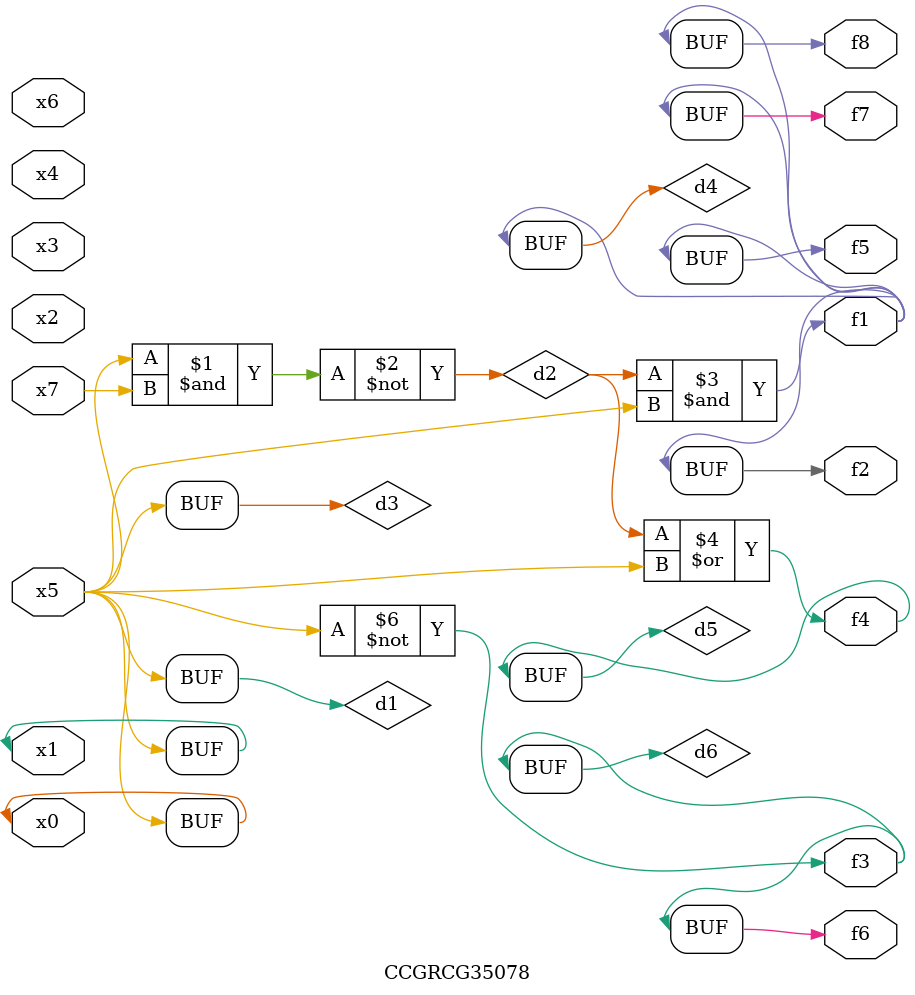
<source format=v>
module CCGRCG35078(
	input x0, x1, x2, x3, x4, x5, x6, x7,
	output f1, f2, f3, f4, f5, f6, f7, f8
);

	wire d1, d2, d3, d4, d5, d6;

	buf (d1, x0, x5);
	nand (d2, x5, x7);
	buf (d3, x0, x1);
	and (d4, d2, d3);
	or (d5, d2, d3);
	nor (d6, d1, d3);
	assign f1 = d4;
	assign f2 = d4;
	assign f3 = d6;
	assign f4 = d5;
	assign f5 = d4;
	assign f6 = d6;
	assign f7 = d4;
	assign f8 = d4;
endmodule

</source>
